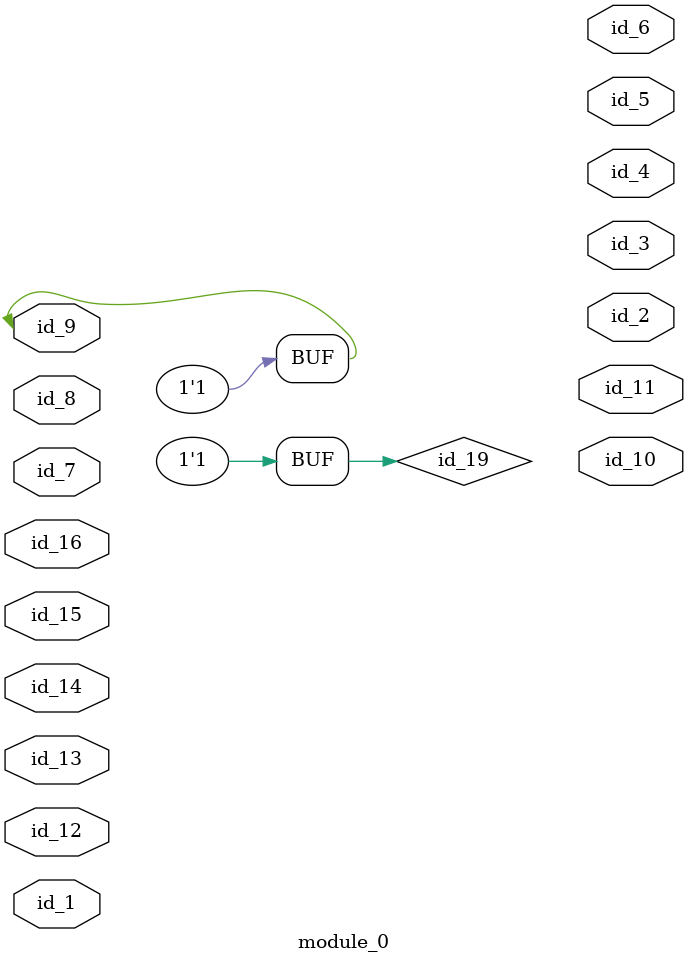
<source format=v>
module module_0 (
    id_1,
    id_2,
    id_3,
    id_4,
    id_5,
    id_6,
    id_7,
    id_8,
    id_9,
    id_10,
    id_11,
    id_12,
    id_13,
    id_14,
    id_15,
    id_16
);
  inout wire id_16;
  inout wire id_15;
  inout wire id_14;
  input wire id_13;
  inout wire id_12;
  output wire id_11;
  output wire id_10;
  inout wire id_9;
  input wire id_8;
  input wire id_7;
  output wire id_6;
  output wire id_5;
  output wire id_4;
  output wire id_3;
  output wire id_2;
  input wire id_1;
  wire id_17;
  wire id_18;
  assign id_9 = 1;
  wire id_19;
  assign id_9 = id_19;
endmodule
module module_1 (
    input  wand id_0,
    output wire id_1,
    output wand id_2,
    output tri  id_3
);
  wire id_5;
  module_0 modCall_1 (
      id_5,
      id_5,
      id_5,
      id_5,
      id_5,
      id_5,
      id_5,
      id_5,
      id_5,
      id_5,
      id_5,
      id_5,
      id_5,
      id_5,
      id_5,
      id_5
  );
  wire id_6;
endmodule

</source>
